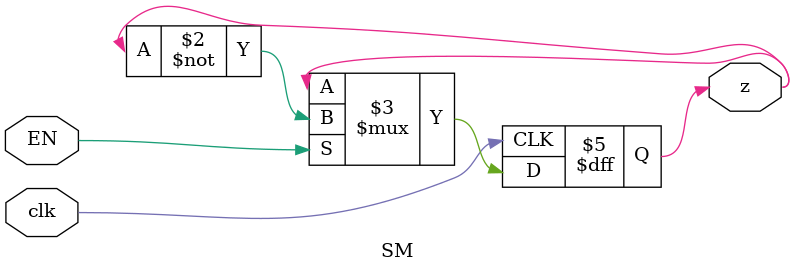
<source format=v>
module SM(clk,EN,z);
    input clk,EN;
    output z;

    reg z;

    always @(negedge clk) begin
        if(EN) z <= ~z;
    end

endmodule //SM
</source>
